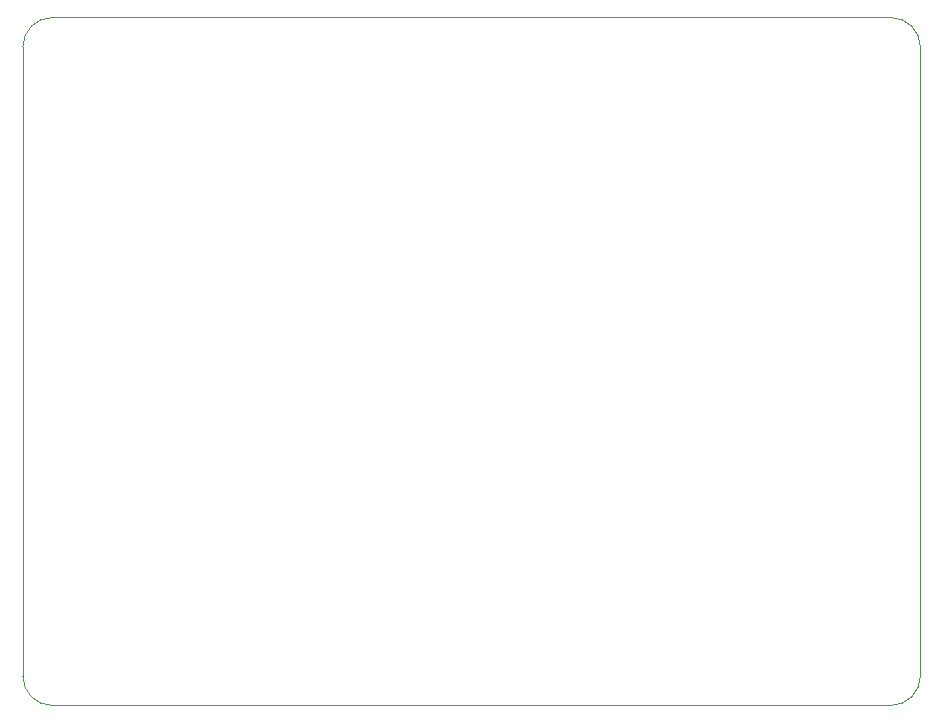
<source format=gbr>
%TF.GenerationSoftware,KiCad,Pcbnew,5.1.10-88a1d61d58~88~ubuntu20.04.1*%
%TF.CreationDate,2021-05-12T04:56:06+02:00*%
%TF.ProjectId,halfVoltageMosfetBoard,68616c66-566f-46c7-9461-67654d6f7366,rev?*%
%TF.SameCoordinates,Original*%
%TF.FileFunction,Profile,NP*%
%FSLAX46Y46*%
G04 Gerber Fmt 4.6, Leading zero omitted, Abs format (unit mm)*
G04 Created by KiCad (PCBNEW 5.1.10-88a1d61d58~88~ubuntu20.04.1) date 2021-05-12 04:56:06*
%MOMM*%
%LPD*%
G01*
G04 APERTURE LIST*
%TA.AperFunction,Profile*%
%ADD10C,0.050000*%
%TD*%
G04 APERTURE END LIST*
D10*
X130000000Y-85000000D02*
X201000000Y-85000000D01*
X201000000Y-85000000D02*
G75*
G02*
X203500000Y-87500000I0J-2500000D01*
G01*
X127500000Y-87500000D02*
G75*
G02*
X130000000Y-85000000I2500000J0D01*
G01*
X130000000Y-143250000D02*
G75*
G02*
X127500000Y-140750000I0J2500000D01*
G01*
X203500000Y-140750000D02*
G75*
G02*
X201000000Y-143250000I-2500000J0D01*
G01*
X203500000Y-140750000D02*
X203500000Y-87500000D01*
X127500000Y-140750000D02*
X127500000Y-87500000D01*
X130000000Y-143250000D02*
X201000000Y-143250000D01*
M02*

</source>
